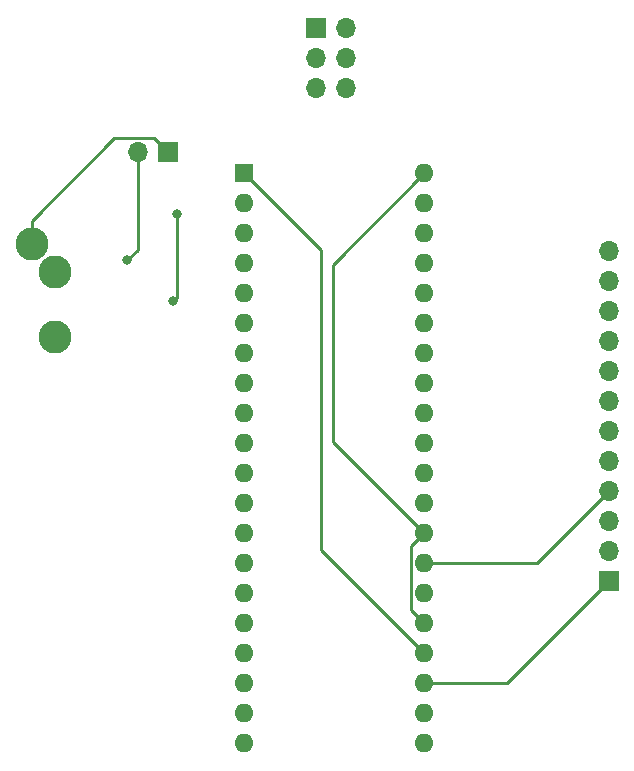
<source format=gbr>
%TF.GenerationSoftware,KiCad,Pcbnew,(5.1.6)-1*%
%TF.CreationDate,2020-09-22T21:50:49+03:00*%
%TF.ProjectId,AY devboard,41592064-6576-4626-9f61-72642e6b6963,rev?*%
%TF.SameCoordinates,Original*%
%TF.FileFunction,Copper,L2,Bot*%
%TF.FilePolarity,Positive*%
%FSLAX46Y46*%
G04 Gerber Fmt 4.6, Leading zero omitted, Abs format (unit mm)*
G04 Created by KiCad (PCBNEW (5.1.6)-1) date 2020-09-22 21:50:49*
%MOMM*%
%LPD*%
G01*
G04 APERTURE LIST*
%TA.AperFunction,ComponentPad*%
%ADD10O,1.600000X1.600000*%
%TD*%
%TA.AperFunction,ComponentPad*%
%ADD11R,1.600000X1.600000*%
%TD*%
%TA.AperFunction,ComponentPad*%
%ADD12O,1.700000X1.700000*%
%TD*%
%TA.AperFunction,ComponentPad*%
%ADD13R,1.700000X1.700000*%
%TD*%
%TA.AperFunction,ComponentPad*%
%ADD14C,2.800000*%
%TD*%
%TA.AperFunction,ViaPad*%
%ADD15C,0.800000*%
%TD*%
%TA.AperFunction,Conductor*%
%ADD16C,0.250000*%
%TD*%
G04 APERTURE END LIST*
D10*
%TO.P,U2,40*%
%TO.N,+5V*%
X126104000Y-65520000D03*
%TO.P,U2,20*%
%TO.N,N/C*%
X110864000Y-113780000D03*
%TO.P,U2,39*%
X126104000Y-68060000D03*
%TO.P,U2,19*%
X110864000Y-111240000D03*
%TO.P,U2,38*%
%TO.N,Net-(R20-Pad2)*%
X126104000Y-70600000D03*
%TO.P,U2,18*%
%TO.N,N/C*%
X110864000Y-108700000D03*
%TO.P,U2,37*%
%TO.N,/D0*%
X126104000Y-73140000D03*
%TO.P,U2,17*%
%TO.N,N/C*%
X110864000Y-106160000D03*
%TO.P,U2,36*%
%TO.N,/D1*%
X126104000Y-75680000D03*
%TO.P,U2,16*%
%TO.N,N/C*%
X110864000Y-103620000D03*
%TO.P,U2,35*%
%TO.N,/D2*%
X126104000Y-78220000D03*
%TO.P,U2,15*%
%TO.N,N/C*%
X110864000Y-101080000D03*
%TO.P,U2,34*%
%TO.N,/D3*%
X126104000Y-80760000D03*
%TO.P,U2,14*%
%TO.N,N/C*%
X110864000Y-98540000D03*
%TO.P,U2,33*%
%TO.N,/D4*%
X126104000Y-83300000D03*
%TO.P,U2,13*%
%TO.N,N/C*%
X110864000Y-96000000D03*
%TO.P,U2,32*%
%TO.N,/D5*%
X126104000Y-85840000D03*
%TO.P,U2,12*%
%TO.N,N/C*%
X110864000Y-93460000D03*
%TO.P,U2,31*%
%TO.N,/D6*%
X126104000Y-88380000D03*
%TO.P,U2,11*%
%TO.N,N/C*%
X110864000Y-90920000D03*
%TO.P,U2,30*%
%TO.N,/D7*%
X126104000Y-90920000D03*
%TO.P,U2,10*%
%TO.N,N/C*%
X110864000Y-88380000D03*
%TO.P,U2,29*%
%TO.N,/BC1*%
X126104000Y-93460000D03*
%TO.P,U2,9*%
%TO.N,N/C*%
X110864000Y-85840000D03*
%TO.P,U2,28*%
%TO.N,+5V*%
X126104000Y-96000000D03*
%TO.P,U2,8*%
%TO.N,N/C*%
X110864000Y-83300000D03*
%TO.P,U2,27*%
%TO.N,/BDIR*%
X126104000Y-98540000D03*
%TO.P,U2,7*%
%TO.N,N/C*%
X110864000Y-80760000D03*
%TO.P,U2,26*%
X126104000Y-101080000D03*
%TO.P,U2,6*%
X110864000Y-78220000D03*
%TO.P,U2,25*%
%TO.N,+5V*%
X126104000Y-103620000D03*
%TO.P,U2,5*%
%TO.N,N/C*%
X110864000Y-75680000D03*
%TO.P,U2,24*%
%TO.N,GND*%
X126104000Y-106160000D03*
%TO.P,U2,4*%
%TO.N,Net-(R21-Pad2)*%
X110864000Y-73140000D03*
%TO.P,U2,23*%
%TO.N,/~RESET*%
X126104000Y-108700000D03*
%TO.P,U2,3*%
%TO.N,Net-(R19-Pad2)*%
X110864000Y-70600000D03*
%TO.P,U2,22*%
%TO.N,/CLOCK*%
X126104000Y-111240000D03*
%TO.P,U2,2*%
%TO.N,N/C*%
X110864000Y-68060000D03*
%TO.P,U2,21*%
X126104000Y-113780000D03*
D11*
%TO.P,U2,1*%
%TO.N,GND*%
X110864000Y-65520000D03*
%TD*%
D12*
%TO.P,J4,12*%
%TO.N,/D0*%
X141732000Y-72136000D03*
%TO.P,J4,11*%
%TO.N,/D1*%
X141732000Y-74676000D03*
%TO.P,J4,10*%
%TO.N,/D2*%
X141732000Y-77216000D03*
%TO.P,J4,9*%
%TO.N,/D3*%
X141732000Y-79756000D03*
%TO.P,J4,8*%
%TO.N,/D4*%
X141732000Y-82296000D03*
%TO.P,J4,7*%
%TO.N,/D5*%
X141732000Y-84836000D03*
%TO.P,J4,6*%
%TO.N,/D6*%
X141732000Y-87376000D03*
%TO.P,J4,5*%
%TO.N,/D7*%
X141732000Y-89916000D03*
%TO.P,J4,4*%
%TO.N,/BDIR*%
X141732000Y-92456000D03*
%TO.P,J4,3*%
%TO.N,/BC1*%
X141732000Y-94996000D03*
%TO.P,J4,2*%
%TO.N,/CLOCK*%
X141732000Y-97536000D03*
D13*
%TO.P,J4,1*%
%TO.N,/~RESET*%
X141732000Y-100076000D03*
%TD*%
D14*
%TO.P,J3,R*%
%TO.N,Net-(C57-Pad1)*%
X94869000Y-79414000D03*
%TO.P,J3,T*%
%TO.N,Net-(C58-Pad1)*%
X94869000Y-73914000D03*
%TO.P,J3,S*%
%TO.N,GND*%
X92869000Y-71514000D03*
%TD*%
D12*
%TO.P,J2,2*%
%TO.N,Net-(J2-Pad2)*%
X101854000Y-63754000D03*
D13*
%TO.P,J2,1*%
%TO.N,GND*%
X104394000Y-63754000D03*
%TD*%
D12*
%TO.P,J1,6*%
%TO.N,+5V*%
X119507000Y-58293000D03*
%TO.P,J1,5*%
%TO.N,GND*%
X116967000Y-58293000D03*
%TO.P,J1,4*%
%TO.N,+5V*%
X119507000Y-55753000D03*
%TO.P,J1,3*%
%TO.N,GND*%
X116967000Y-55753000D03*
%TO.P,J1,2*%
%TO.N,+5V*%
X119507000Y-53213000D03*
D13*
%TO.P,J1,1*%
%TO.N,GND*%
X116967000Y-53213000D03*
%TD*%
D15*
%TO.N,Net-(C57-Pad2)*%
X105156000Y-68961000D03*
X104827000Y-76379000D03*
%TO.N,Net-(J2-Pad2)*%
X100965000Y-72898000D03*
%TD*%
D16*
%TO.N,Net-(C57-Pad2)*%
X105156000Y-68961000D02*
X105156000Y-76073000D01*
X105156000Y-76073000D02*
X104902000Y-76327000D01*
%TO.N,+5V*%
X118364000Y-88260000D02*
X126104000Y-96000000D01*
X126104000Y-65520000D02*
X118364000Y-73260000D01*
X118364000Y-73260000D02*
X118364000Y-88260000D01*
X124978999Y-102494999D02*
X126104000Y-103620000D01*
X124978999Y-97125001D02*
X124978999Y-102494999D01*
X126104000Y-96000000D02*
X124978999Y-97125001D01*
%TO.N,GND*%
X103218999Y-62578999D02*
X104394000Y-63754000D01*
X92869000Y-69534102D02*
X99824103Y-62578999D01*
X99824103Y-62578999D02*
X103218999Y-62578999D01*
X92869000Y-71514000D02*
X92869000Y-69534102D01*
X110864000Y-65520000D02*
X117348000Y-72004000D01*
X117348000Y-97404000D02*
X126104000Y-106160000D01*
X117348000Y-72004000D02*
X117348000Y-97404000D01*
%TO.N,Net-(J2-Pad2)*%
X101854000Y-63754000D02*
X101854000Y-72009000D01*
X101854000Y-72009000D02*
X100965000Y-72898000D01*
X100965000Y-72898000D02*
X100965000Y-72898000D01*
%TO.N,/BDIR*%
X135648000Y-98540000D02*
X141732000Y-92456000D01*
X126104000Y-98540000D02*
X135648000Y-98540000D01*
%TO.N,/~RESET*%
X133108000Y-108700000D02*
X141732000Y-100076000D01*
X126104000Y-108700000D02*
X133108000Y-108700000D01*
%TD*%
M02*

</source>
